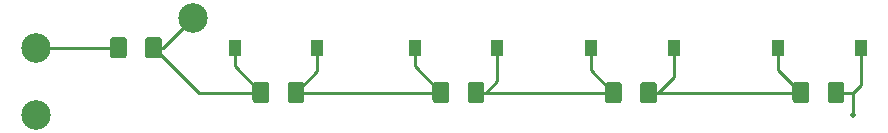
<source format=gbr>
G04 #@! TF.GenerationSoftware,KiCad,Pcbnew,5.1.4*
G04 #@! TF.CreationDate,2019-11-17T16:06:47-07:00*
G04 #@! TF.ProjectId,Prototype-PCB,50726f74-6f74-4797-9065-2d5043422e6b,rev?*
G04 #@! TF.SameCoordinates,Original*
G04 #@! TF.FileFunction,Copper,L1,Top*
G04 #@! TF.FilePolarity,Positive*
%FSLAX46Y46*%
G04 Gerber Fmt 4.6, Leading zero omitted, Abs format (unit mm)*
G04 Created by KiCad (PCBNEW 5.1.4) date 2019-11-17 16:06:47*
%MOMM*%
%LPD*%
G04 APERTURE LIST*
%ADD10C,2.499360*%
%ADD11C,0.100000*%
%ADD12C,1.425000*%
%ADD13R,1.000000X1.400000*%
%ADD14C,0.508000*%
%ADD15C,0.250000*%
G04 APERTURE END LIST*
D10*
X108585000Y-97790000D03*
X95250000Y-106045000D03*
X95250000Y-100330000D03*
D11*
G36*
X114787004Y-103266204D02*
G01*
X114811273Y-103269804D01*
X114835071Y-103275765D01*
X114858171Y-103284030D01*
X114880349Y-103294520D01*
X114901393Y-103307133D01*
X114921098Y-103321747D01*
X114939277Y-103338223D01*
X114955753Y-103356402D01*
X114970367Y-103376107D01*
X114982980Y-103397151D01*
X114993470Y-103419329D01*
X115001735Y-103442429D01*
X115007696Y-103466227D01*
X115011296Y-103490496D01*
X115012500Y-103515000D01*
X115012500Y-104765000D01*
X115011296Y-104789504D01*
X115007696Y-104813773D01*
X115001735Y-104837571D01*
X114993470Y-104860671D01*
X114982980Y-104882849D01*
X114970367Y-104903893D01*
X114955753Y-104923598D01*
X114939277Y-104941777D01*
X114921098Y-104958253D01*
X114901393Y-104972867D01*
X114880349Y-104985480D01*
X114858171Y-104995970D01*
X114835071Y-105004235D01*
X114811273Y-105010196D01*
X114787004Y-105013796D01*
X114762500Y-105015000D01*
X113837500Y-105015000D01*
X113812996Y-105013796D01*
X113788727Y-105010196D01*
X113764929Y-105004235D01*
X113741829Y-104995970D01*
X113719651Y-104985480D01*
X113698607Y-104972867D01*
X113678902Y-104958253D01*
X113660723Y-104941777D01*
X113644247Y-104923598D01*
X113629633Y-104903893D01*
X113617020Y-104882849D01*
X113606530Y-104860671D01*
X113598265Y-104837571D01*
X113592304Y-104813773D01*
X113588704Y-104789504D01*
X113587500Y-104765000D01*
X113587500Y-103515000D01*
X113588704Y-103490496D01*
X113592304Y-103466227D01*
X113598265Y-103442429D01*
X113606530Y-103419329D01*
X113617020Y-103397151D01*
X113629633Y-103376107D01*
X113644247Y-103356402D01*
X113660723Y-103338223D01*
X113678902Y-103321747D01*
X113698607Y-103307133D01*
X113719651Y-103294520D01*
X113741829Y-103284030D01*
X113764929Y-103275765D01*
X113788727Y-103269804D01*
X113812996Y-103266204D01*
X113837500Y-103265000D01*
X114762500Y-103265000D01*
X114787004Y-103266204D01*
X114787004Y-103266204D01*
G37*
D12*
X114300000Y-104140000D03*
D11*
G36*
X117762004Y-103266204D02*
G01*
X117786273Y-103269804D01*
X117810071Y-103275765D01*
X117833171Y-103284030D01*
X117855349Y-103294520D01*
X117876393Y-103307133D01*
X117896098Y-103321747D01*
X117914277Y-103338223D01*
X117930753Y-103356402D01*
X117945367Y-103376107D01*
X117957980Y-103397151D01*
X117968470Y-103419329D01*
X117976735Y-103442429D01*
X117982696Y-103466227D01*
X117986296Y-103490496D01*
X117987500Y-103515000D01*
X117987500Y-104765000D01*
X117986296Y-104789504D01*
X117982696Y-104813773D01*
X117976735Y-104837571D01*
X117968470Y-104860671D01*
X117957980Y-104882849D01*
X117945367Y-104903893D01*
X117930753Y-104923598D01*
X117914277Y-104941777D01*
X117896098Y-104958253D01*
X117876393Y-104972867D01*
X117855349Y-104985480D01*
X117833171Y-104995970D01*
X117810071Y-105004235D01*
X117786273Y-105010196D01*
X117762004Y-105013796D01*
X117737500Y-105015000D01*
X116812500Y-105015000D01*
X116787996Y-105013796D01*
X116763727Y-105010196D01*
X116739929Y-105004235D01*
X116716829Y-104995970D01*
X116694651Y-104985480D01*
X116673607Y-104972867D01*
X116653902Y-104958253D01*
X116635723Y-104941777D01*
X116619247Y-104923598D01*
X116604633Y-104903893D01*
X116592020Y-104882849D01*
X116581530Y-104860671D01*
X116573265Y-104837571D01*
X116567304Y-104813773D01*
X116563704Y-104789504D01*
X116562500Y-104765000D01*
X116562500Y-103515000D01*
X116563704Y-103490496D01*
X116567304Y-103466227D01*
X116573265Y-103442429D01*
X116581530Y-103419329D01*
X116592020Y-103397151D01*
X116604633Y-103376107D01*
X116619247Y-103356402D01*
X116635723Y-103338223D01*
X116653902Y-103321747D01*
X116673607Y-103307133D01*
X116694651Y-103294520D01*
X116716829Y-103284030D01*
X116739929Y-103275765D01*
X116763727Y-103269804D01*
X116787996Y-103266204D01*
X116812500Y-103265000D01*
X117737500Y-103265000D01*
X117762004Y-103266204D01*
X117762004Y-103266204D01*
G37*
D12*
X117275000Y-104140000D03*
D11*
G36*
X133002004Y-103266204D02*
G01*
X133026273Y-103269804D01*
X133050071Y-103275765D01*
X133073171Y-103284030D01*
X133095349Y-103294520D01*
X133116393Y-103307133D01*
X133136098Y-103321747D01*
X133154277Y-103338223D01*
X133170753Y-103356402D01*
X133185367Y-103376107D01*
X133197980Y-103397151D01*
X133208470Y-103419329D01*
X133216735Y-103442429D01*
X133222696Y-103466227D01*
X133226296Y-103490496D01*
X133227500Y-103515000D01*
X133227500Y-104765000D01*
X133226296Y-104789504D01*
X133222696Y-104813773D01*
X133216735Y-104837571D01*
X133208470Y-104860671D01*
X133197980Y-104882849D01*
X133185367Y-104903893D01*
X133170753Y-104923598D01*
X133154277Y-104941777D01*
X133136098Y-104958253D01*
X133116393Y-104972867D01*
X133095349Y-104985480D01*
X133073171Y-104995970D01*
X133050071Y-105004235D01*
X133026273Y-105010196D01*
X133002004Y-105013796D01*
X132977500Y-105015000D01*
X132052500Y-105015000D01*
X132027996Y-105013796D01*
X132003727Y-105010196D01*
X131979929Y-105004235D01*
X131956829Y-104995970D01*
X131934651Y-104985480D01*
X131913607Y-104972867D01*
X131893902Y-104958253D01*
X131875723Y-104941777D01*
X131859247Y-104923598D01*
X131844633Y-104903893D01*
X131832020Y-104882849D01*
X131821530Y-104860671D01*
X131813265Y-104837571D01*
X131807304Y-104813773D01*
X131803704Y-104789504D01*
X131802500Y-104765000D01*
X131802500Y-103515000D01*
X131803704Y-103490496D01*
X131807304Y-103466227D01*
X131813265Y-103442429D01*
X131821530Y-103419329D01*
X131832020Y-103397151D01*
X131844633Y-103376107D01*
X131859247Y-103356402D01*
X131875723Y-103338223D01*
X131893902Y-103321747D01*
X131913607Y-103307133D01*
X131934651Y-103294520D01*
X131956829Y-103284030D01*
X131979929Y-103275765D01*
X132003727Y-103269804D01*
X132027996Y-103266204D01*
X132052500Y-103265000D01*
X132977500Y-103265000D01*
X133002004Y-103266204D01*
X133002004Y-103266204D01*
G37*
D12*
X132515000Y-104140000D03*
D11*
G36*
X130027004Y-103266204D02*
G01*
X130051273Y-103269804D01*
X130075071Y-103275765D01*
X130098171Y-103284030D01*
X130120349Y-103294520D01*
X130141393Y-103307133D01*
X130161098Y-103321747D01*
X130179277Y-103338223D01*
X130195753Y-103356402D01*
X130210367Y-103376107D01*
X130222980Y-103397151D01*
X130233470Y-103419329D01*
X130241735Y-103442429D01*
X130247696Y-103466227D01*
X130251296Y-103490496D01*
X130252500Y-103515000D01*
X130252500Y-104765000D01*
X130251296Y-104789504D01*
X130247696Y-104813773D01*
X130241735Y-104837571D01*
X130233470Y-104860671D01*
X130222980Y-104882849D01*
X130210367Y-104903893D01*
X130195753Y-104923598D01*
X130179277Y-104941777D01*
X130161098Y-104958253D01*
X130141393Y-104972867D01*
X130120349Y-104985480D01*
X130098171Y-104995970D01*
X130075071Y-105004235D01*
X130051273Y-105010196D01*
X130027004Y-105013796D01*
X130002500Y-105015000D01*
X129077500Y-105015000D01*
X129052996Y-105013796D01*
X129028727Y-105010196D01*
X129004929Y-105004235D01*
X128981829Y-104995970D01*
X128959651Y-104985480D01*
X128938607Y-104972867D01*
X128918902Y-104958253D01*
X128900723Y-104941777D01*
X128884247Y-104923598D01*
X128869633Y-104903893D01*
X128857020Y-104882849D01*
X128846530Y-104860671D01*
X128838265Y-104837571D01*
X128832304Y-104813773D01*
X128828704Y-104789504D01*
X128827500Y-104765000D01*
X128827500Y-103515000D01*
X128828704Y-103490496D01*
X128832304Y-103466227D01*
X128838265Y-103442429D01*
X128846530Y-103419329D01*
X128857020Y-103397151D01*
X128869633Y-103376107D01*
X128884247Y-103356402D01*
X128900723Y-103338223D01*
X128918902Y-103321747D01*
X128938607Y-103307133D01*
X128959651Y-103294520D01*
X128981829Y-103284030D01*
X129004929Y-103275765D01*
X129028727Y-103269804D01*
X129052996Y-103266204D01*
X129077500Y-103265000D01*
X130002500Y-103265000D01*
X130027004Y-103266204D01*
X130027004Y-103266204D01*
G37*
D12*
X129540000Y-104140000D03*
D11*
G36*
X144632004Y-103266204D02*
G01*
X144656273Y-103269804D01*
X144680071Y-103275765D01*
X144703171Y-103284030D01*
X144725349Y-103294520D01*
X144746393Y-103307133D01*
X144766098Y-103321747D01*
X144784277Y-103338223D01*
X144800753Y-103356402D01*
X144815367Y-103376107D01*
X144827980Y-103397151D01*
X144838470Y-103419329D01*
X144846735Y-103442429D01*
X144852696Y-103466227D01*
X144856296Y-103490496D01*
X144857500Y-103515000D01*
X144857500Y-104765000D01*
X144856296Y-104789504D01*
X144852696Y-104813773D01*
X144846735Y-104837571D01*
X144838470Y-104860671D01*
X144827980Y-104882849D01*
X144815367Y-104903893D01*
X144800753Y-104923598D01*
X144784277Y-104941777D01*
X144766098Y-104958253D01*
X144746393Y-104972867D01*
X144725349Y-104985480D01*
X144703171Y-104995970D01*
X144680071Y-105004235D01*
X144656273Y-105010196D01*
X144632004Y-105013796D01*
X144607500Y-105015000D01*
X143682500Y-105015000D01*
X143657996Y-105013796D01*
X143633727Y-105010196D01*
X143609929Y-105004235D01*
X143586829Y-104995970D01*
X143564651Y-104985480D01*
X143543607Y-104972867D01*
X143523902Y-104958253D01*
X143505723Y-104941777D01*
X143489247Y-104923598D01*
X143474633Y-104903893D01*
X143462020Y-104882849D01*
X143451530Y-104860671D01*
X143443265Y-104837571D01*
X143437304Y-104813773D01*
X143433704Y-104789504D01*
X143432500Y-104765000D01*
X143432500Y-103515000D01*
X143433704Y-103490496D01*
X143437304Y-103466227D01*
X143443265Y-103442429D01*
X143451530Y-103419329D01*
X143462020Y-103397151D01*
X143474633Y-103376107D01*
X143489247Y-103356402D01*
X143505723Y-103338223D01*
X143523902Y-103321747D01*
X143543607Y-103307133D01*
X143564651Y-103294520D01*
X143586829Y-103284030D01*
X143609929Y-103275765D01*
X143633727Y-103269804D01*
X143657996Y-103266204D01*
X143682500Y-103265000D01*
X144607500Y-103265000D01*
X144632004Y-103266204D01*
X144632004Y-103266204D01*
G37*
D12*
X144145000Y-104140000D03*
D11*
G36*
X147607004Y-103266204D02*
G01*
X147631273Y-103269804D01*
X147655071Y-103275765D01*
X147678171Y-103284030D01*
X147700349Y-103294520D01*
X147721393Y-103307133D01*
X147741098Y-103321747D01*
X147759277Y-103338223D01*
X147775753Y-103356402D01*
X147790367Y-103376107D01*
X147802980Y-103397151D01*
X147813470Y-103419329D01*
X147821735Y-103442429D01*
X147827696Y-103466227D01*
X147831296Y-103490496D01*
X147832500Y-103515000D01*
X147832500Y-104765000D01*
X147831296Y-104789504D01*
X147827696Y-104813773D01*
X147821735Y-104837571D01*
X147813470Y-104860671D01*
X147802980Y-104882849D01*
X147790367Y-104903893D01*
X147775753Y-104923598D01*
X147759277Y-104941777D01*
X147741098Y-104958253D01*
X147721393Y-104972867D01*
X147700349Y-104985480D01*
X147678171Y-104995970D01*
X147655071Y-105004235D01*
X147631273Y-105010196D01*
X147607004Y-105013796D01*
X147582500Y-105015000D01*
X146657500Y-105015000D01*
X146632996Y-105013796D01*
X146608727Y-105010196D01*
X146584929Y-105004235D01*
X146561829Y-104995970D01*
X146539651Y-104985480D01*
X146518607Y-104972867D01*
X146498902Y-104958253D01*
X146480723Y-104941777D01*
X146464247Y-104923598D01*
X146449633Y-104903893D01*
X146437020Y-104882849D01*
X146426530Y-104860671D01*
X146418265Y-104837571D01*
X146412304Y-104813773D01*
X146408704Y-104789504D01*
X146407500Y-104765000D01*
X146407500Y-103515000D01*
X146408704Y-103490496D01*
X146412304Y-103466227D01*
X146418265Y-103442429D01*
X146426530Y-103419329D01*
X146437020Y-103397151D01*
X146449633Y-103376107D01*
X146464247Y-103356402D01*
X146480723Y-103338223D01*
X146498902Y-103321747D01*
X146518607Y-103307133D01*
X146539651Y-103294520D01*
X146561829Y-103284030D01*
X146584929Y-103275765D01*
X146608727Y-103269804D01*
X146632996Y-103266204D01*
X146657500Y-103265000D01*
X147582500Y-103265000D01*
X147607004Y-103266204D01*
X147607004Y-103266204D01*
G37*
D12*
X147120000Y-104140000D03*
D11*
G36*
X163482004Y-103266204D02*
G01*
X163506273Y-103269804D01*
X163530071Y-103275765D01*
X163553171Y-103284030D01*
X163575349Y-103294520D01*
X163596393Y-103307133D01*
X163616098Y-103321747D01*
X163634277Y-103338223D01*
X163650753Y-103356402D01*
X163665367Y-103376107D01*
X163677980Y-103397151D01*
X163688470Y-103419329D01*
X163696735Y-103442429D01*
X163702696Y-103466227D01*
X163706296Y-103490496D01*
X163707500Y-103515000D01*
X163707500Y-104765000D01*
X163706296Y-104789504D01*
X163702696Y-104813773D01*
X163696735Y-104837571D01*
X163688470Y-104860671D01*
X163677980Y-104882849D01*
X163665367Y-104903893D01*
X163650753Y-104923598D01*
X163634277Y-104941777D01*
X163616098Y-104958253D01*
X163596393Y-104972867D01*
X163575349Y-104985480D01*
X163553171Y-104995970D01*
X163530071Y-105004235D01*
X163506273Y-105010196D01*
X163482004Y-105013796D01*
X163457500Y-105015000D01*
X162532500Y-105015000D01*
X162507996Y-105013796D01*
X162483727Y-105010196D01*
X162459929Y-105004235D01*
X162436829Y-104995970D01*
X162414651Y-104985480D01*
X162393607Y-104972867D01*
X162373902Y-104958253D01*
X162355723Y-104941777D01*
X162339247Y-104923598D01*
X162324633Y-104903893D01*
X162312020Y-104882849D01*
X162301530Y-104860671D01*
X162293265Y-104837571D01*
X162287304Y-104813773D01*
X162283704Y-104789504D01*
X162282500Y-104765000D01*
X162282500Y-103515000D01*
X162283704Y-103490496D01*
X162287304Y-103466227D01*
X162293265Y-103442429D01*
X162301530Y-103419329D01*
X162312020Y-103397151D01*
X162324633Y-103376107D01*
X162339247Y-103356402D01*
X162355723Y-103338223D01*
X162373902Y-103321747D01*
X162393607Y-103307133D01*
X162414651Y-103294520D01*
X162436829Y-103284030D01*
X162459929Y-103275765D01*
X162483727Y-103269804D01*
X162507996Y-103266204D01*
X162532500Y-103265000D01*
X163457500Y-103265000D01*
X163482004Y-103266204D01*
X163482004Y-103266204D01*
G37*
D12*
X162995000Y-104140000D03*
D11*
G36*
X160507004Y-103266204D02*
G01*
X160531273Y-103269804D01*
X160555071Y-103275765D01*
X160578171Y-103284030D01*
X160600349Y-103294520D01*
X160621393Y-103307133D01*
X160641098Y-103321747D01*
X160659277Y-103338223D01*
X160675753Y-103356402D01*
X160690367Y-103376107D01*
X160702980Y-103397151D01*
X160713470Y-103419329D01*
X160721735Y-103442429D01*
X160727696Y-103466227D01*
X160731296Y-103490496D01*
X160732500Y-103515000D01*
X160732500Y-104765000D01*
X160731296Y-104789504D01*
X160727696Y-104813773D01*
X160721735Y-104837571D01*
X160713470Y-104860671D01*
X160702980Y-104882849D01*
X160690367Y-104903893D01*
X160675753Y-104923598D01*
X160659277Y-104941777D01*
X160641098Y-104958253D01*
X160621393Y-104972867D01*
X160600349Y-104985480D01*
X160578171Y-104995970D01*
X160555071Y-105004235D01*
X160531273Y-105010196D01*
X160507004Y-105013796D01*
X160482500Y-105015000D01*
X159557500Y-105015000D01*
X159532996Y-105013796D01*
X159508727Y-105010196D01*
X159484929Y-105004235D01*
X159461829Y-104995970D01*
X159439651Y-104985480D01*
X159418607Y-104972867D01*
X159398902Y-104958253D01*
X159380723Y-104941777D01*
X159364247Y-104923598D01*
X159349633Y-104903893D01*
X159337020Y-104882849D01*
X159326530Y-104860671D01*
X159318265Y-104837571D01*
X159312304Y-104813773D01*
X159308704Y-104789504D01*
X159307500Y-104765000D01*
X159307500Y-103515000D01*
X159308704Y-103490496D01*
X159312304Y-103466227D01*
X159318265Y-103442429D01*
X159326530Y-103419329D01*
X159337020Y-103397151D01*
X159349633Y-103376107D01*
X159364247Y-103356402D01*
X159380723Y-103338223D01*
X159398902Y-103321747D01*
X159418607Y-103307133D01*
X159439651Y-103294520D01*
X159461829Y-103284030D01*
X159484929Y-103275765D01*
X159508727Y-103269804D01*
X159532996Y-103266204D01*
X159557500Y-103265000D01*
X160482500Y-103265000D01*
X160507004Y-103266204D01*
X160507004Y-103266204D01*
G37*
D12*
X160020000Y-104140000D03*
D11*
G36*
X105697004Y-99456204D02*
G01*
X105721273Y-99459804D01*
X105745071Y-99465765D01*
X105768171Y-99474030D01*
X105790349Y-99484520D01*
X105811393Y-99497133D01*
X105831098Y-99511747D01*
X105849277Y-99528223D01*
X105865753Y-99546402D01*
X105880367Y-99566107D01*
X105892980Y-99587151D01*
X105903470Y-99609329D01*
X105911735Y-99632429D01*
X105917696Y-99656227D01*
X105921296Y-99680496D01*
X105922500Y-99705000D01*
X105922500Y-100955000D01*
X105921296Y-100979504D01*
X105917696Y-101003773D01*
X105911735Y-101027571D01*
X105903470Y-101050671D01*
X105892980Y-101072849D01*
X105880367Y-101093893D01*
X105865753Y-101113598D01*
X105849277Y-101131777D01*
X105831098Y-101148253D01*
X105811393Y-101162867D01*
X105790349Y-101175480D01*
X105768171Y-101185970D01*
X105745071Y-101194235D01*
X105721273Y-101200196D01*
X105697004Y-101203796D01*
X105672500Y-101205000D01*
X104747500Y-101205000D01*
X104722996Y-101203796D01*
X104698727Y-101200196D01*
X104674929Y-101194235D01*
X104651829Y-101185970D01*
X104629651Y-101175480D01*
X104608607Y-101162867D01*
X104588902Y-101148253D01*
X104570723Y-101131777D01*
X104554247Y-101113598D01*
X104539633Y-101093893D01*
X104527020Y-101072849D01*
X104516530Y-101050671D01*
X104508265Y-101027571D01*
X104502304Y-101003773D01*
X104498704Y-100979504D01*
X104497500Y-100955000D01*
X104497500Y-99705000D01*
X104498704Y-99680496D01*
X104502304Y-99656227D01*
X104508265Y-99632429D01*
X104516530Y-99609329D01*
X104527020Y-99587151D01*
X104539633Y-99566107D01*
X104554247Y-99546402D01*
X104570723Y-99528223D01*
X104588902Y-99511747D01*
X104608607Y-99497133D01*
X104629651Y-99484520D01*
X104651829Y-99474030D01*
X104674929Y-99465765D01*
X104698727Y-99459804D01*
X104722996Y-99456204D01*
X104747500Y-99455000D01*
X105672500Y-99455000D01*
X105697004Y-99456204D01*
X105697004Y-99456204D01*
G37*
D12*
X105210000Y-100330000D03*
D11*
G36*
X102722004Y-99456204D02*
G01*
X102746273Y-99459804D01*
X102770071Y-99465765D01*
X102793171Y-99474030D01*
X102815349Y-99484520D01*
X102836393Y-99497133D01*
X102856098Y-99511747D01*
X102874277Y-99528223D01*
X102890753Y-99546402D01*
X102905367Y-99566107D01*
X102917980Y-99587151D01*
X102928470Y-99609329D01*
X102936735Y-99632429D01*
X102942696Y-99656227D01*
X102946296Y-99680496D01*
X102947500Y-99705000D01*
X102947500Y-100955000D01*
X102946296Y-100979504D01*
X102942696Y-101003773D01*
X102936735Y-101027571D01*
X102928470Y-101050671D01*
X102917980Y-101072849D01*
X102905367Y-101093893D01*
X102890753Y-101113598D01*
X102874277Y-101131777D01*
X102856098Y-101148253D01*
X102836393Y-101162867D01*
X102815349Y-101175480D01*
X102793171Y-101185970D01*
X102770071Y-101194235D01*
X102746273Y-101200196D01*
X102722004Y-101203796D01*
X102697500Y-101205000D01*
X101772500Y-101205000D01*
X101747996Y-101203796D01*
X101723727Y-101200196D01*
X101699929Y-101194235D01*
X101676829Y-101185970D01*
X101654651Y-101175480D01*
X101633607Y-101162867D01*
X101613902Y-101148253D01*
X101595723Y-101131777D01*
X101579247Y-101113598D01*
X101564633Y-101093893D01*
X101552020Y-101072849D01*
X101541530Y-101050671D01*
X101533265Y-101027571D01*
X101527304Y-101003773D01*
X101523704Y-100979504D01*
X101522500Y-100955000D01*
X101522500Y-99705000D01*
X101523704Y-99680496D01*
X101527304Y-99656227D01*
X101533265Y-99632429D01*
X101541530Y-99609329D01*
X101552020Y-99587151D01*
X101564633Y-99566107D01*
X101579247Y-99546402D01*
X101595723Y-99528223D01*
X101613902Y-99511747D01*
X101633607Y-99497133D01*
X101654651Y-99484520D01*
X101676829Y-99474030D01*
X101699929Y-99465765D01*
X101723727Y-99459804D01*
X101747996Y-99456204D01*
X101772500Y-99455000D01*
X102697500Y-99455000D01*
X102722004Y-99456204D01*
X102722004Y-99456204D01*
G37*
D12*
X102235000Y-100330000D03*
D13*
X119070000Y-100330000D03*
X112070000Y-100330000D03*
X127310000Y-100330000D03*
X134310000Y-100330000D03*
X149240000Y-100330000D03*
X142240000Y-100330000D03*
X158100000Y-100330000D03*
X165100000Y-100330000D03*
D14*
X164465000Y-106045000D03*
D15*
X109020000Y-104140000D02*
X105210000Y-100330000D01*
X112395000Y-104140000D02*
X109020000Y-104140000D01*
X112395000Y-104140000D02*
X114300000Y-104140000D01*
X112070000Y-101910000D02*
X114300000Y-104140000D01*
X112070000Y-100330000D02*
X112070000Y-101910000D01*
X106045000Y-100330000D02*
X108585000Y-97790000D01*
X105210000Y-100330000D02*
X106045000Y-100330000D01*
X118745000Y-104140000D02*
X117275000Y-104140000D01*
X129540000Y-104140000D02*
X127635000Y-104140000D01*
X127635000Y-104140000D02*
X118745000Y-104140000D01*
X119070000Y-102345000D02*
X117275000Y-104140000D01*
X119070000Y-100330000D02*
X119070000Y-102345000D01*
X127310000Y-101910000D02*
X129540000Y-104140000D01*
X127310000Y-100330000D02*
X127310000Y-101910000D01*
X133985000Y-104140000D02*
X132515000Y-104140000D01*
X142240000Y-104140000D02*
X144145000Y-104140000D01*
X142240000Y-104140000D02*
X133985000Y-104140000D01*
X134310000Y-101280000D02*
X134310000Y-100330000D01*
X133327500Y-104140000D02*
X134310000Y-103157500D01*
X134310000Y-103157500D02*
X134310000Y-101280000D01*
X132515000Y-104140000D02*
X133327500Y-104140000D01*
X142240000Y-102235000D02*
X144145000Y-104140000D01*
X142240000Y-100330000D02*
X142240000Y-102235000D01*
X149225000Y-104140000D02*
X147120000Y-104140000D01*
X149225000Y-104140000D02*
X158115000Y-104140000D01*
X158115000Y-104140000D02*
X160020000Y-104140000D01*
X149240000Y-101280000D02*
X149240000Y-100330000D01*
X149240000Y-102832500D02*
X149240000Y-101280000D01*
X147932500Y-104140000D02*
X149240000Y-102832500D01*
X147120000Y-104140000D02*
X147932500Y-104140000D01*
X158100000Y-102220000D02*
X160020000Y-104140000D01*
X158100000Y-100330000D02*
X158100000Y-102220000D01*
X162995000Y-104140000D02*
X164465000Y-104140000D01*
X165100000Y-100330000D02*
X165100000Y-103505000D01*
X165100000Y-103505000D02*
X164465000Y-104140000D01*
X164465000Y-104140000D02*
X164465000Y-106045000D01*
X95250000Y-100330000D02*
X102235000Y-100330000D01*
M02*

</source>
